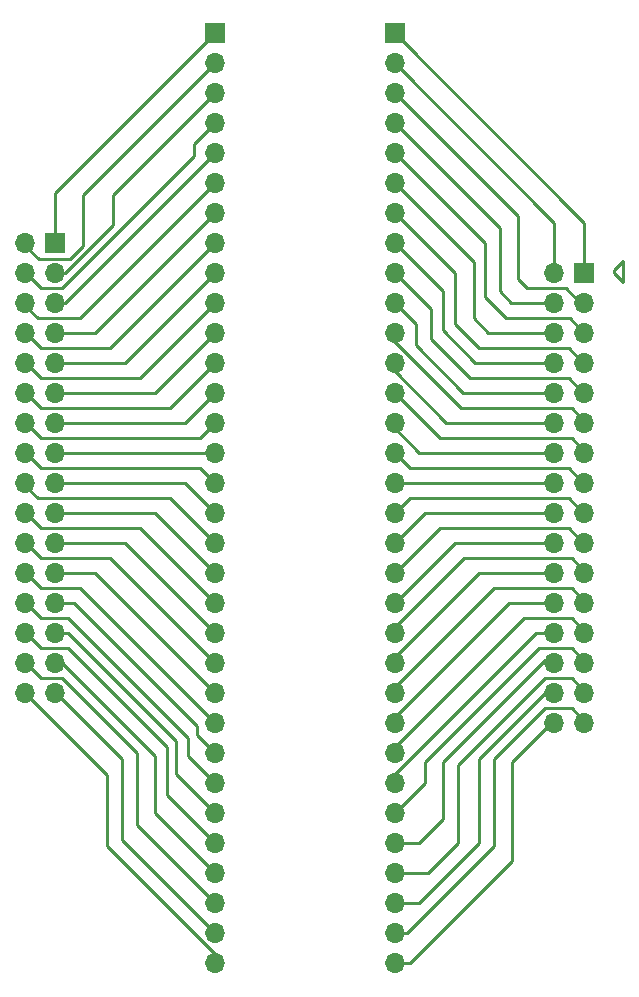
<source format=gbr>
G04 #@! TF.FileFunction,Copper,L2,Bot,Signal*
%FSLAX46Y46*%
G04 Gerber Fmt 4.6, Leading zero omitted, Abs format (unit mm)*
G04 Created by KiCad (PCBNEW 4.0.7) date 10/02/17 15:55:06*
%MOMM*%
%LPD*%
G01*
G04 APERTURE LIST*
%ADD10C,0.100000*%
%ADD11R,1.700000X1.700000*%
%ADD12O,1.700000X1.700000*%
%ADD13C,0.250000*%
%ADD14C,0.500000*%
G04 APERTURE END LIST*
D10*
D11*
X-107236000Y26680000D03*
D12*
X-109776000Y26680000D03*
X-107236000Y24140000D03*
X-109776000Y24140000D03*
X-107236000Y21600000D03*
X-109776000Y21600000D03*
X-107236000Y19060000D03*
X-109776000Y19060000D03*
X-107236000Y16520000D03*
X-109776000Y16520000D03*
X-107236000Y13980000D03*
X-109776000Y13980000D03*
X-107236000Y11440000D03*
X-109776000Y11440000D03*
X-107236000Y8900000D03*
X-109776000Y8900000D03*
X-107236000Y6360000D03*
X-109776000Y6360000D03*
X-107236000Y3820000D03*
X-109776000Y3820000D03*
X-107236000Y1280000D03*
X-109776000Y1280000D03*
X-107236000Y-1260000D03*
X-109776000Y-1260000D03*
X-107236000Y-3800000D03*
X-109776000Y-3800000D03*
X-107236000Y-6340000D03*
X-109776000Y-6340000D03*
X-107236000Y-8880000D03*
X-109776000Y-8880000D03*
X-107236000Y-11420000D03*
X-109776000Y-11420000D03*
D11*
X-62436000Y24180000D03*
D12*
X-64976000Y24180000D03*
X-62436000Y21640000D03*
X-64976000Y21640000D03*
X-62436000Y19100000D03*
X-64976000Y19100000D03*
X-62436000Y16560000D03*
X-64976000Y16560000D03*
X-62436000Y14020000D03*
X-64976000Y14020000D03*
X-62436000Y11480000D03*
X-64976000Y11480000D03*
X-62436000Y8940000D03*
X-64976000Y8940000D03*
X-62436000Y6400000D03*
X-64976000Y6400000D03*
X-62436000Y3860000D03*
X-64976000Y3860000D03*
X-62436000Y1320000D03*
X-64976000Y1320000D03*
X-62436000Y-1220000D03*
X-64976000Y-1220000D03*
X-62436000Y-3760000D03*
X-64976000Y-3760000D03*
X-62436000Y-6300000D03*
X-64976000Y-6300000D03*
X-62436000Y-8840000D03*
X-64976000Y-8840000D03*
X-62436000Y-11380000D03*
X-64976000Y-11380000D03*
X-62436000Y-13920000D03*
X-64976000Y-13920000D03*
D11*
X-93726000Y44450000D03*
D12*
X-93726000Y41910000D03*
X-93726000Y39370000D03*
X-93726000Y36830000D03*
X-93726000Y34290000D03*
X-93726000Y31750000D03*
X-93726000Y29210000D03*
X-93726000Y26670000D03*
X-93726000Y24130000D03*
X-93726000Y21590000D03*
X-93726000Y19050000D03*
X-93726000Y16510000D03*
X-93726000Y13970000D03*
X-93726000Y11430000D03*
X-93726000Y8890000D03*
X-93726000Y6350000D03*
X-93726000Y3810000D03*
X-93726000Y1270000D03*
X-93726000Y-1270000D03*
X-93726000Y-3810000D03*
X-93726000Y-6350000D03*
X-93726000Y-8890000D03*
X-93726000Y-11430000D03*
X-93726000Y-13970000D03*
X-93726000Y-16510000D03*
X-93726000Y-19050000D03*
X-93726000Y-21590000D03*
X-93726000Y-24130000D03*
X-93726000Y-26670000D03*
X-93726000Y-29210000D03*
X-93726000Y-31750000D03*
X-93726000Y-34290000D03*
D11*
X-78486000Y44450000D03*
D12*
X-78486000Y41910000D03*
X-78486000Y39370000D03*
X-78486000Y36830000D03*
X-78486000Y34290000D03*
X-78486000Y31750000D03*
X-78486000Y29210000D03*
X-78486000Y26670000D03*
X-78486000Y24130000D03*
X-78486000Y21590000D03*
X-78486000Y19050000D03*
X-78486000Y16510000D03*
X-78486000Y13970000D03*
X-78486000Y11430000D03*
X-78486000Y8890000D03*
X-78486000Y6350000D03*
X-78486000Y3810000D03*
X-78486000Y1270000D03*
X-78486000Y-1270000D03*
X-78486000Y-3810000D03*
X-78486000Y-6350000D03*
X-78486000Y-8890000D03*
X-78486000Y-11430000D03*
X-78486000Y-13970000D03*
X-78486000Y-16510000D03*
X-78486000Y-19050000D03*
X-78486000Y-21590000D03*
X-78486000Y-24130000D03*
X-78486000Y-26670000D03*
X-78486000Y-29210000D03*
X-78486000Y-31750000D03*
X-78486000Y-34290000D03*
D13*
X-59944000Y24384000D02*
X-59182000Y25146000D01*
X-59944000Y24130000D02*
X-59944000Y24384000D01*
X-59182000Y23368000D02*
X-59944000Y24130000D01*
X-59182000Y25146000D02*
X-59182000Y23368000D01*
X-62436000Y24180000D02*
X-62436000Y28400000D01*
X-62436000Y28400000D02*
X-78486000Y44450000D01*
X-64976000Y24180000D02*
X-64976000Y28400000D01*
X-64976000Y28400000D02*
X-78486000Y41910000D01*
X-62436000Y21640000D02*
X-62788000Y21640000D01*
X-62788000Y21640000D02*
X-64008000Y22860000D01*
X-64008000Y22860000D02*
X-67310000Y22860000D01*
X-67310000Y22860000D02*
X-68072000Y23622000D01*
X-68072000Y23622000D02*
X-68072000Y28956000D01*
X-68072000Y28956000D02*
X-78486000Y39370000D01*
X-62436000Y21640000D02*
X-62436000Y22050000D01*
X-66802000Y21640000D02*
X-68630000Y21640000D01*
X-68630000Y21640000D02*
X-69596000Y22606000D01*
X-69596000Y22606000D02*
X-69596000Y27940000D01*
X-69596000Y27940000D02*
X-78486000Y36830000D01*
X-64976000Y21640000D02*
X-66802000Y21640000D01*
X-66802000Y21640000D02*
X-67106000Y21640000D01*
X-78486000Y36322000D02*
X-78486000Y36830000D01*
X-78486000Y34290000D02*
X-70866000Y26670000D01*
X-70866000Y26670000D02*
X-70866000Y22098000D01*
X-70866000Y22098000D02*
X-69088000Y20320000D01*
X-69088000Y20320000D02*
X-63656000Y20320000D01*
X-63656000Y20320000D02*
X-62436000Y19100000D01*
X-62436000Y19100000D02*
X-62534000Y19100000D01*
X-62436000Y19100000D02*
X-62534000Y19100000D01*
X-64976000Y19100000D02*
X-70562000Y19100000D01*
X-70562000Y19100000D02*
X-71782000Y20320000D01*
X-71782000Y20320000D02*
X-71782000Y25046000D01*
X-71782000Y25046000D02*
X-78486000Y31750000D01*
X-78486000Y31496000D02*
X-78486000Y31750000D01*
X-62436000Y16560000D02*
X-62534000Y16560000D01*
X-62534000Y16560000D02*
X-63754000Y17780000D01*
X-63754000Y17780000D02*
X-71374000Y17780000D01*
X-71374000Y17780000D02*
X-73406000Y19812000D01*
X-73406000Y19812000D02*
X-73406000Y24130000D01*
X-73406000Y24130000D02*
X-78486000Y29210000D01*
X-62436000Y16560000D02*
X-62436000Y16716000D01*
X-74422000Y19558000D02*
X-74422000Y19304000D01*
X-74422000Y19304000D02*
X-71678000Y16560000D01*
X-71678000Y16560000D02*
X-64976000Y16560000D01*
X-74422000Y19304000D02*
X-74422000Y19558000D01*
X-74422000Y19558000D02*
X-74422000Y22606000D01*
X-74422000Y22606000D02*
X-78486000Y26670000D01*
X-62436000Y14020000D02*
X-62534000Y14020000D01*
X-62534000Y14020000D02*
X-63754000Y15240000D01*
X-63754000Y15240000D02*
X-72136000Y15240000D01*
X-72136000Y15240000D02*
X-75438000Y18542000D01*
X-75438000Y18542000D02*
X-75438000Y21082000D01*
X-75438000Y21082000D02*
X-78486000Y24130000D01*
X-62436000Y14020000D02*
X-62436000Y14176000D01*
X-76708000Y18542000D02*
X-76708000Y18034000D01*
X-76708000Y18034000D02*
X-72694000Y14020000D01*
X-72694000Y14020000D02*
X-64976000Y14020000D01*
X-76708000Y18388000D02*
X-76708000Y18542000D01*
X-76708000Y18542000D02*
X-76708000Y19812000D01*
X-76708000Y19812000D02*
X-78486000Y21590000D01*
X-62436000Y11480000D02*
X-62436000Y11636000D01*
X-62436000Y11636000D02*
X-63500000Y12700000D01*
X-63500000Y12700000D02*
X-72898000Y12700000D01*
X-72898000Y12700000D02*
X-79248000Y19050000D01*
X-64976000Y11480000D02*
X-74118000Y11480000D01*
X-74118000Y11480000D02*
X-78486000Y15848000D01*
X-78486000Y15848000D02*
X-78486000Y16510000D01*
X-62436000Y8940000D02*
X-62436000Y9096000D01*
X-62436000Y9096000D02*
X-63500000Y10160000D01*
X-63500000Y10160000D02*
X-74676000Y10160000D01*
X-74676000Y10160000D02*
X-78486000Y13970000D01*
X-64976000Y8940000D02*
X-76404000Y8940000D01*
X-76404000Y8940000D02*
X-78486000Y11022000D01*
X-78486000Y11022000D02*
X-78486000Y11430000D01*
X-62436000Y6400000D02*
X-62534000Y6400000D01*
X-62534000Y6400000D02*
X-63754000Y7620000D01*
X-63754000Y7620000D02*
X-77216000Y7620000D01*
X-77216000Y7620000D02*
X-78486000Y8890000D01*
X-65026000Y6350000D02*
X-64976000Y6400000D01*
X-78486000Y6350000D02*
X-65026000Y6350000D01*
X-65026000Y6350000D02*
X-64976000Y6400000D01*
X-62436000Y3860000D02*
X-62534000Y3860000D01*
X-62534000Y3860000D02*
X-63754000Y5080000D01*
X-63754000Y5080000D02*
X-77216000Y5080000D01*
X-77216000Y5080000D02*
X-78486000Y3810000D01*
X-64976000Y3860000D02*
X-75896000Y3860000D01*
X-75896000Y3860000D02*
X-78486000Y1270000D01*
X-62436000Y1320000D02*
X-62534000Y1320000D01*
X-62534000Y1320000D02*
X-63754000Y2540000D01*
X-63754000Y2540000D02*
X-74676000Y2540000D01*
X-74676000Y2540000D02*
X-78486000Y-1270000D01*
X-64976000Y1320000D02*
X-73356000Y1320000D01*
X-73356000Y1320000D02*
X-78486000Y-3810000D01*
X-63500000Y0D02*
X-72644000Y0D01*
X-72644000Y0D02*
X-78486000Y-5842000D01*
X-78486000Y-5842000D02*
X-78486000Y-6350000D01*
X-62436000Y-1220000D02*
X-62436000Y-1064000D01*
X-62436000Y-1064000D02*
X-63500000Y0D01*
X-78486000Y-6096000D02*
X-78486000Y-6350000D01*
X-64976000Y-1220000D02*
X-71324000Y-1220000D01*
X-71324000Y-1220000D02*
X-78486000Y-8382000D01*
X-63500000Y-2540000D02*
X-70104000Y-2540000D01*
X-70104000Y-2540000D02*
X-78486000Y-10922000D01*
X-62436000Y-3760000D02*
X-62436000Y-3604000D01*
X-62436000Y-3604000D02*
X-63500000Y-2540000D01*
X-64976000Y-3760000D02*
X-68784000Y-3760000D01*
X-68784000Y-3760000D02*
X-78613000Y-13589000D01*
X-62436000Y-6300000D02*
X-62436000Y-6144000D01*
X-62436000Y-6144000D02*
X-63500000Y-5080000D01*
X-63500000Y-5080000D02*
X-67564000Y-5080000D01*
X-67564000Y-5080000D02*
X-78613000Y-16129000D01*
X-78486000Y-19050000D02*
X-78486000Y-18288000D01*
X-78486000Y-18288000D02*
X-66498000Y-6300000D01*
X-66498000Y-6300000D02*
X-64976000Y-6300000D01*
D14*
X-78486000Y-19050000D02*
X-78463400Y-19050000D01*
D13*
X-62436000Y-8840000D02*
X-62436000Y-8684000D01*
X-62436000Y-8684000D02*
X-63500000Y-7620000D01*
X-63500000Y-7620000D02*
X-66294000Y-7620000D01*
X-66294000Y-7620000D02*
X-75946000Y-17272000D01*
X-75946000Y-17272000D02*
X-75946000Y-19050000D01*
X-75946000Y-19050000D02*
X-78486000Y-21590000D01*
X-78486000Y-24130000D02*
X-76454000Y-24130000D01*
X-76454000Y-24130000D02*
X-74422000Y-22098000D01*
X-74422000Y-22098000D02*
X-74422000Y-17272000D01*
X-74422000Y-17272000D02*
X-65737000Y-8587000D01*
X-73152000Y-23114000D02*
X-73152000Y-24130000D01*
X-73152000Y-24130000D02*
X-75692000Y-26670000D01*
X-75692000Y-26670000D02*
X-78486000Y-26670000D01*
X-62436000Y-11380000D02*
X-62436000Y-11224000D01*
X-62436000Y-11224000D02*
X-63500000Y-10160000D01*
X-63500000Y-10160000D02*
X-65786000Y-10160000D01*
X-65786000Y-10160000D02*
X-73152000Y-17526000D01*
X-73152000Y-17526000D02*
X-73152000Y-23114000D01*
X-64976000Y-11380000D02*
X-65736000Y-11380000D01*
X-65736000Y-11380000D02*
X-71374000Y-17018000D01*
X-71374000Y-17018000D02*
X-71374000Y-24130000D01*
X-71374000Y-24130000D02*
X-76454000Y-29210000D01*
X-64976000Y-11380000D02*
X-65482000Y-11380000D01*
X-64976000Y-11380000D02*
X-65736000Y-11380000D01*
X-76454000Y-29210000D02*
X-78486000Y-29210000D01*
X-78486000Y-31750000D02*
X-77470000Y-31750000D01*
X-77470000Y-31750000D02*
X-70104000Y-24384000D01*
X-70104000Y-24384000D02*
X-70104000Y-17018000D01*
X-70104000Y-17018000D02*
X-68072000Y-14986000D01*
X-62436000Y-13920000D02*
X-62436000Y-13764000D01*
X-62436000Y-13764000D02*
X-63500000Y-12700000D01*
X-63500000Y-12700000D02*
X-65786000Y-12700000D01*
X-65786000Y-12700000D02*
X-68072000Y-14986000D01*
X-68072000Y-14986000D02*
X-68326000Y-15240000D01*
X-62436000Y-13920000D02*
X-62534000Y-13920000D01*
X-62436000Y-13920000D02*
X-62436000Y-13764000D01*
X-64976000Y-13920000D02*
X-65228000Y-13920000D01*
X-65228000Y-13920000D02*
X-68580000Y-17272000D01*
X-68580000Y-17272000D02*
X-68580000Y-25654000D01*
X-64976000Y-13920000D02*
X-65736000Y-13920000D01*
X-68580000Y-25654000D02*
X-77216000Y-34290000D01*
X-77216000Y-34290000D02*
X-78486000Y-34290000D01*
X-107236000Y26680000D02*
X-107236000Y30940000D01*
X-107236000Y30940000D02*
X-93726000Y44450000D01*
X-107236000Y26680000D02*
X-106670000Y26680000D01*
X-109776000Y26680000D02*
X-109776000Y26464000D01*
X-109776000Y26464000D02*
X-108649199Y25337199D01*
X-108649199Y25337199D02*
X-105980801Y25337199D01*
X-105980801Y25337199D02*
X-104902000Y26416000D01*
X-104902000Y26416000D02*
X-104902000Y30734000D01*
X-104902000Y30734000D02*
X-93726000Y41910000D01*
X-109776000Y26680000D02*
X-109776000Y26464000D01*
X-107236000Y24140000D02*
X-106416000Y24140000D01*
X-106416000Y24140000D02*
X-102362000Y28194000D01*
X-102362000Y28194000D02*
X-102362000Y30734000D01*
X-102362000Y30734000D02*
X-93726000Y39370000D01*
X-93726000Y39370000D02*
X-93980000Y39370000D01*
X-93726000Y39370000D02*
X-94234000Y39370000D01*
X-109776000Y24140000D02*
X-109738000Y24140000D01*
X-109738000Y24140000D02*
X-108458000Y22860000D01*
X-108458000Y22860000D02*
X-106680000Y22860000D01*
X-106680000Y22860000D02*
X-95504000Y34036000D01*
X-95504000Y34036000D02*
X-95504000Y35052000D01*
X-95504000Y35052000D02*
X-93726000Y36830000D01*
X-107236000Y21600000D02*
X-106416000Y21600000D01*
X-106416000Y21600000D02*
X-93726000Y34290000D01*
X-109776000Y21600000D02*
X-109776000Y21384000D01*
X-109776000Y21384000D02*
X-108712000Y20320000D01*
X-108712000Y20320000D02*
X-105156000Y20320000D01*
X-105156000Y20320000D02*
X-93726000Y31750000D01*
X-107236000Y19060000D02*
X-103876000Y19060000D01*
X-103876000Y19060000D02*
X-93726000Y29210000D01*
X-109776000Y19060000D02*
X-109738000Y19060000D01*
X-109738000Y19060000D02*
X-108458000Y17780000D01*
X-108458000Y17780000D02*
X-102616000Y17780000D01*
X-102616000Y17780000D02*
X-93726000Y26670000D01*
X-107236000Y16520000D02*
X-101336000Y16520000D01*
X-101336000Y16520000D02*
X-93726000Y24130000D01*
X-109776000Y16520000D02*
X-109738000Y16520000D01*
X-109738000Y16520000D02*
X-108458000Y15240000D01*
X-108458000Y15240000D02*
X-100076000Y15240000D01*
X-100076000Y15240000D02*
X-93726000Y21590000D01*
X-107236000Y13980000D02*
X-98796000Y13980000D01*
X-98796000Y13980000D02*
X-93726000Y19050000D01*
X-109776000Y13980000D02*
X-109738000Y13980000D01*
X-109738000Y13980000D02*
X-108458000Y12700000D01*
X-108458000Y12700000D02*
X-97536000Y12700000D01*
X-97536000Y12700000D02*
X-93726000Y16510000D01*
X-107236000Y11440000D02*
X-96256000Y11440000D01*
X-96256000Y11440000D02*
X-93726000Y13970000D01*
X-109776000Y11440000D02*
X-109738000Y11440000D01*
X-109738000Y11440000D02*
X-108458000Y10160000D01*
X-108458000Y10160000D02*
X-94996000Y10160000D01*
X-94996000Y10160000D02*
X-93726000Y11430000D01*
X-107236000Y8900000D02*
X-93736000Y8900000D01*
X-93736000Y8900000D02*
X-93726000Y8890000D01*
X-109776000Y8900000D02*
X-109738000Y8900000D01*
X-109738000Y8900000D02*
X-108458000Y7620000D01*
X-108458000Y7620000D02*
X-94996000Y7620000D01*
X-94996000Y7620000D02*
X-93726000Y6350000D01*
X-107236000Y6360000D02*
X-96276000Y6360000D01*
X-96276000Y6360000D02*
X-93726000Y3810000D01*
X-109776000Y6360000D02*
X-109776000Y6144000D01*
X-109776000Y6144000D02*
X-108712000Y5080000D01*
X-108712000Y5080000D02*
X-97536000Y5080000D01*
X-97536000Y5080000D02*
X-93726000Y1270000D01*
X-107236000Y3820000D02*
X-98816000Y3820000D01*
X-98816000Y3820000D02*
X-93726000Y-1270000D01*
X-109776000Y3820000D02*
X-109738000Y3820000D01*
X-109738000Y3820000D02*
X-108458000Y2540000D01*
X-108458000Y2540000D02*
X-100076000Y2540000D01*
X-100076000Y2540000D02*
X-93726000Y-3810000D01*
X-107236000Y1280000D02*
X-101356000Y1280000D01*
X-101356000Y1280000D02*
X-93726000Y-6350000D01*
X-109776000Y1280000D02*
X-109738000Y1280000D01*
X-109738000Y1280000D02*
X-108458000Y0D01*
X-108458000Y0D02*
X-102616000Y0D01*
X-102616000Y0D02*
X-93726000Y-8890000D01*
X-107236000Y-1260000D02*
X-103896000Y-1260000D01*
X-103896000Y-1260000D02*
X-93726000Y-11430000D01*
X-109776000Y-1260000D02*
X-109738000Y-1260000D01*
X-109738000Y-1260000D02*
X-108458000Y-2540000D01*
X-108458000Y-2540000D02*
X-105156000Y-2540000D01*
X-105156000Y-2540000D02*
X-93726000Y-13970000D01*
X-107236000Y-3800000D02*
X-105674000Y-3800000D01*
X-105674000Y-3800000D02*
X-95250000Y-14224000D01*
X-95250000Y-14224000D02*
X-95250000Y-14986000D01*
X-95250000Y-14986000D02*
X-93726000Y-16510000D01*
X-107236000Y-3800000D02*
X-106436000Y-3800000D01*
X-109776000Y-3800000D02*
X-109738000Y-3800000D01*
X-109738000Y-3800000D02*
X-108458000Y-5080000D01*
X-108458000Y-5080000D02*
X-106172000Y-5080000D01*
X-106172000Y-5080000D02*
X-96012000Y-15240000D01*
X-96012000Y-15240000D02*
X-96012000Y-16764000D01*
X-96012000Y-16764000D02*
X-93726000Y-19050000D01*
X-107236000Y-6340000D02*
X-106182000Y-6340000D01*
X-106182000Y-6340000D02*
X-97028000Y-15494000D01*
X-97028000Y-15494000D02*
X-97028000Y-18288000D01*
X-97028000Y-18288000D02*
X-93726000Y-21590000D01*
X-109776000Y-6340000D02*
X-109738000Y-6340000D01*
X-109738000Y-6340000D02*
X-108458000Y-7620000D01*
X-108458000Y-7620000D02*
X-106172000Y-7620000D01*
X-106172000Y-7620000D02*
X-97790000Y-16002000D01*
X-97790000Y-16002000D02*
X-97790000Y-20066000D01*
X-97790000Y-20066000D02*
X-93726000Y-24130000D01*
X-107236000Y-8880000D02*
X-106690000Y-8880000D01*
X-106690000Y-8880000D02*
X-98806000Y-16764000D01*
X-98806000Y-16764000D02*
X-98806000Y-21590000D01*
X-98806000Y-21590000D02*
X-93726000Y-26670000D01*
X-109776000Y-8880000D02*
X-109738000Y-8880000D01*
X-109738000Y-8880000D02*
X-108458000Y-10160000D01*
X-108458000Y-10160000D02*
X-106680000Y-10160000D01*
X-106680000Y-10160000D02*
X-100330000Y-16510000D01*
X-100330000Y-16510000D02*
X-100330000Y-22606000D01*
X-100330000Y-22606000D02*
X-93726000Y-29210000D01*
X-107236000Y-11420000D02*
X-107198000Y-11420000D01*
X-107198000Y-11420000D02*
X-101600000Y-17018000D01*
X-101600000Y-17018000D02*
X-101600000Y-23876000D01*
X-101600000Y-23876000D02*
X-93726000Y-31750000D01*
X-93726000Y-34290000D02*
X-93726000Y-33528000D01*
X-93726000Y-33528000D02*
X-102870000Y-24384000D01*
X-102870000Y-24384000D02*
X-102870000Y-18326000D01*
X-102870000Y-18326000D02*
X-109776000Y-11420000D01*
M02*

</source>
